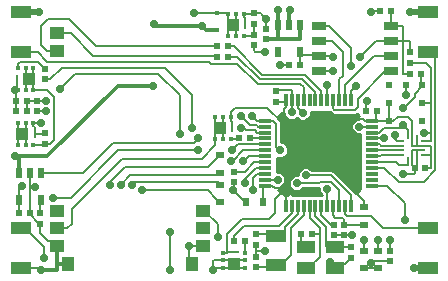
<source format=gtl>
G04 #@! TF.FileFunction,Copper,L1,Top,Signal*
%FSLAX46Y46*%
G04 Gerber Fmt 4.6, Leading zero omitted, Abs format (unit mm)*
G04 Created by KiCad (PCBNEW (2016-04-26 BZR 6712, Git b92ad6f)-product) date 03/05/2016 22:11:21*
%MOMM*%
%LPD*%
G01*
G04 APERTURE LIST*
%ADD10C,0.100000*%
%ADD11R,0.500000X0.600000*%
%ADD12R,0.600000X0.500000*%
%ADD13R,0.300000X1.000000*%
%ADD14R,1.000000X0.300000*%
%ADD15R,1.270000X0.700000*%
%ADD16R,1.500000X1.000000*%
%ADD17R,1.800000X1.000000*%
%ADD18R,1.700000X1.000000*%
%ADD19R,0.500000X0.500000*%
%ADD20R,0.400000X0.400000*%
%ADD21R,0.400000X0.200000*%
%ADD22R,0.200000X0.400000*%
%ADD23R,0.600000X0.900000*%
%ADD24R,0.300000X0.400000*%
%ADD25R,1.000000X1.000000*%
%ADD26R,0.230000X0.785000*%
%ADD27R,0.400000X0.300000*%
%ADD28R,0.785000X0.230000*%
%ADD29R,0.800000X0.600000*%
%ADD30R,0.600000X0.800000*%
%ADD31R,1.200000X1.000000*%
%ADD32R,1.000000X1.200000*%
%ADD33C,0.700000*%
%ADD34C,0.500000*%
%ADD35C,0.200000*%
%ADD36C,0.160000*%
%ADD37C,0.300000*%
%ADD38C,0.254000*%
G04 APERTURE END LIST*
D10*
D11*
X206400000Y-87600000D03*
X206400000Y-89100000D03*
X206400000Y-90600000D03*
X209250000Y-90600000D03*
X209250000Y-89100000D03*
X209250000Y-87600000D03*
D12*
X207850000Y-87550000D03*
D13*
X197700000Y-97850000D03*
X198200000Y-97850000D03*
X198700000Y-97850000D03*
X199200000Y-97850000D03*
X199700000Y-97850000D03*
X200200000Y-97850000D03*
X200700000Y-97850000D03*
X201200000Y-97850000D03*
X201700000Y-97850000D03*
X202200000Y-97850000D03*
X202700000Y-97850000D03*
X203200000Y-97850000D03*
D14*
X204950000Y-96100000D03*
X204950000Y-95600000D03*
X204950000Y-95100000D03*
X204950000Y-94600000D03*
X204950000Y-94100000D03*
X204950000Y-93600000D03*
X204950000Y-93100000D03*
X204950000Y-92600000D03*
X204950000Y-92100000D03*
X204950000Y-91600000D03*
X204950000Y-91100000D03*
X204950000Y-90600000D03*
D13*
X203200000Y-88850000D03*
X202700000Y-88850000D03*
X202200000Y-88850000D03*
X201700000Y-88850000D03*
X201200000Y-88850000D03*
X200700000Y-88850000D03*
X200200000Y-88850000D03*
X199700000Y-88850000D03*
X199200000Y-88850000D03*
X198700000Y-88850000D03*
X198200000Y-88850000D03*
X197700000Y-88850000D03*
D14*
X195950000Y-90600000D03*
X195950000Y-91100000D03*
X195950000Y-91600000D03*
X195950000Y-92100000D03*
X195950000Y-92600000D03*
X195950000Y-93100000D03*
X195950000Y-93600000D03*
X195950000Y-94100000D03*
X195950000Y-94600000D03*
X195950000Y-95100000D03*
X195950000Y-95600000D03*
X195950000Y-96100000D03*
D15*
X200500000Y-82600000D03*
X200500000Y-83870000D03*
X200500000Y-85140000D03*
X200500000Y-86410000D03*
X206596000Y-86410000D03*
X206596000Y-85140000D03*
X206596000Y-83870000D03*
X206596000Y-82600000D03*
D16*
X199400000Y-103100000D03*
X201900000Y-103100000D03*
X201900000Y-101300000D03*
X199400000Y-101300000D03*
D17*
X196850000Y-100400000D03*
X196850000Y-102800000D03*
D18*
X175300000Y-84800000D03*
X175300000Y-81400000D03*
D19*
X176900000Y-99300000D03*
X176900000Y-98400000D03*
D20*
X191900000Y-81500000D03*
X191900000Y-82900000D03*
D18*
X209700000Y-99700000D03*
X209700000Y-103100000D03*
X175300000Y-103100000D03*
X175300000Y-99700000D03*
X209700000Y-81400000D03*
X209700000Y-84800000D03*
D21*
X207500000Y-92300000D03*
X207500000Y-92700000D03*
X207500000Y-93100000D03*
X207500000Y-93500000D03*
D22*
X208000000Y-93800000D03*
X208400000Y-93800000D03*
X208800000Y-93800000D03*
D21*
X209300000Y-93500000D03*
X209300000Y-93100000D03*
X209300000Y-92700000D03*
X209300000Y-92300000D03*
D22*
X208800000Y-92000000D03*
X208400000Y-92000000D03*
X208000000Y-92000000D03*
D19*
X195200000Y-101100000D03*
X195200000Y-100200000D03*
X195200000Y-102100000D03*
X195200000Y-103000000D03*
X199000000Y-100200000D03*
X199900000Y-100200000D03*
X203200000Y-102200000D03*
X203200000Y-101300000D03*
D23*
X177000000Y-95000000D03*
X176050000Y-95000000D03*
X175100000Y-95000000D03*
X175100000Y-97300000D03*
X177000000Y-97300000D03*
X198900000Y-82500000D03*
X197950000Y-82500000D03*
X197000000Y-82500000D03*
X197000000Y-84800000D03*
X198900000Y-84800000D03*
D19*
X195000000Y-84200000D03*
X195000000Y-83300000D03*
X195000000Y-82400000D03*
X195000000Y-81500000D03*
X177300000Y-87100000D03*
X177300000Y-86200000D03*
X177275000Y-91675000D03*
X177275000Y-92575000D03*
X193300000Y-100800000D03*
X194200000Y-100800000D03*
X194625000Y-92025000D03*
X193725000Y-92025000D03*
X174860387Y-89786327D03*
X175760387Y-89786327D03*
X176660387Y-88886327D03*
X176660387Y-89786327D03*
X174860387Y-88886327D03*
X175760387Y-88886327D03*
X196000000Y-83700000D03*
X196000000Y-82800000D03*
X198000000Y-85900000D03*
X198900000Y-85900000D03*
X176000000Y-98400000D03*
X175100000Y-98400000D03*
D24*
X192830000Y-83392000D03*
X193480000Y-83392000D03*
X194130000Y-83392000D03*
X192830000Y-81542000D03*
X193480000Y-81542000D03*
X194130000Y-81542000D03*
D25*
X193200000Y-82472000D03*
D26*
X194220000Y-82492000D03*
D19*
X202600000Y-100300000D03*
X202600000Y-99400000D03*
X201800000Y-100300000D03*
X201800000Y-99400000D03*
X205400000Y-89800000D03*
X204500000Y-89800000D03*
X196900000Y-89000000D03*
X196900000Y-88100000D03*
D24*
X191730000Y-92120000D03*
X192380000Y-92120000D03*
X193030000Y-92120000D03*
X191730000Y-90270000D03*
X192380000Y-90270000D03*
X193030000Y-90270000D03*
D25*
X192100000Y-91200000D03*
D26*
X193120000Y-91220000D03*
D24*
X176330387Y-86166327D03*
X175680387Y-86166327D03*
X175030387Y-86166327D03*
X176330387Y-88016327D03*
X175680387Y-88016327D03*
X175030387Y-88016327D03*
D25*
X175960387Y-87086327D03*
D26*
X174940387Y-87066327D03*
D27*
X194250000Y-103070000D03*
X194250000Y-102420000D03*
X194250000Y-101770000D03*
X192400000Y-103070000D03*
X192400000Y-102420000D03*
X192400000Y-101770000D03*
D25*
X193330000Y-102700000D03*
D28*
X193350000Y-101680000D03*
D19*
X205700000Y-81300000D03*
X206600000Y-81300000D03*
X193300000Y-95800000D03*
X193300000Y-94900000D03*
X206500000Y-101600000D03*
X206500000Y-102500000D03*
D29*
X204300000Y-101600000D03*
X204300000Y-103100000D03*
X205500000Y-101600000D03*
X205500000Y-103100000D03*
X192100000Y-97500000D03*
X192100000Y-96000000D03*
X192100000Y-95000000D03*
X192100000Y-93500000D03*
D30*
X195800000Y-97500000D03*
X194300000Y-97500000D03*
D29*
X204300000Y-97900000D03*
X204300000Y-99400000D03*
D19*
X208600000Y-94600000D03*
X209500000Y-94600000D03*
X208200000Y-86600000D03*
X209100000Y-86600000D03*
X208200000Y-84800000D03*
X208200000Y-85700000D03*
D24*
X175030000Y-92620000D03*
X175680000Y-92620000D03*
X176330000Y-92620000D03*
X175030000Y-90770000D03*
X175680000Y-90770000D03*
X176330000Y-90770000D03*
D25*
X175400000Y-91700000D03*
D26*
X176420000Y-91720000D03*
D19*
X192800000Y-85200000D03*
X191900000Y-85200000D03*
X192800000Y-84300000D03*
X191900000Y-84300000D03*
D31*
X178300000Y-101200000D03*
X178300000Y-99700000D03*
X178300000Y-98200000D03*
X178300000Y-84700000D03*
X178300000Y-83200000D03*
D32*
X179270000Y-102700000D03*
X189770000Y-102700000D03*
D31*
X190700000Y-101200000D03*
X190700000Y-99700000D03*
X190700000Y-98200000D03*
D33*
X208525000Y-103100000D03*
X204875000Y-102625000D03*
X201475000Y-102525002D03*
X176475000Y-96200000D03*
X207650000Y-95125001D03*
X206900000Y-91799996D03*
X198050002Y-81250000D03*
X196052232Y-81996020D03*
X201200000Y-96400002D03*
X177000000Y-103200000D03*
X204900000Y-81400000D03*
X204599996Y-88900000D03*
X207850000Y-88400000D03*
X174800000Y-88000000D03*
X189500000Y-101200000D03*
X195900000Y-101600000D03*
X201700000Y-86400000D03*
X197200000Y-85900000D03*
X193200000Y-96500000D03*
X176800000Y-81400000D03*
X208200000Y-81400000D03*
X203900000Y-91100000D03*
X197000000Y-95600000D03*
X198200000Y-89900000D03*
X199400000Y-101300004D03*
X203300000Y-100300000D03*
X189900000Y-81500000D03*
X190600000Y-82600000D03*
X174750000Y-93625000D03*
X186436000Y-87630000D03*
X176950663Y-90750663D03*
X197000000Y-81250000D03*
X186500000Y-82400000D03*
X195950000Y-84750000D03*
X201200000Y-87600000D03*
X199390000Y-95224990D03*
X189738000Y-91186000D03*
X198625000Y-95900000D03*
X178562000Y-87884000D03*
X177400000Y-88900000D03*
X188722000Y-91694000D03*
X191500000Y-103199998D03*
X187900000Y-103200000D03*
X187900000Y-100000000D03*
X202400000Y-90400000D03*
X204000000Y-85200000D03*
X201700000Y-85200000D03*
X190300000Y-92100000D03*
X193900000Y-90200000D03*
X203600000Y-87700000D03*
X203200000Y-86000000D03*
X183700000Y-96000000D03*
X182800000Y-96000000D03*
X185491958Y-96473194D03*
X184700000Y-96000000D03*
X206500000Y-100700000D03*
X205500000Y-100700000D03*
X204300000Y-100699998D03*
X193130627Y-93106010D03*
X193089704Y-94005091D03*
X194108947Y-94008947D03*
X194237042Y-95847494D03*
X194928222Y-96423926D03*
X207621789Y-90981563D03*
X207621780Y-89546025D03*
X205981140Y-92084741D03*
X209429152Y-91650002D03*
X199136000Y-89916000D03*
X197200000Y-93100000D03*
X194818000Y-90170000D03*
X177400000Y-89800000D03*
X175400000Y-91700000D03*
X178000000Y-97100000D03*
X177200000Y-102200000D03*
X190300000Y-93100000D03*
X193900000Y-91200000D03*
X207800000Y-99000000D03*
X191950000Y-100450000D03*
X175375002Y-96125000D03*
D34*
X209700000Y-103100000D02*
X208525000Y-103100000D01*
D35*
X205000000Y-102500000D02*
X204875000Y-102625000D01*
X206500000Y-102500000D02*
X205000000Y-102500000D01*
X204875000Y-103075000D02*
X204875000Y-102625000D01*
X204900000Y-103100000D02*
X204875000Y-103075000D01*
X205500000Y-103100000D02*
X204900000Y-103100000D01*
X203200000Y-102200000D02*
X202675000Y-102725000D01*
X202675000Y-102725000D02*
X201674998Y-102725000D01*
X201674998Y-102725000D02*
X201475000Y-102525002D01*
X201824999Y-102875001D02*
X201475000Y-102525002D01*
X201900000Y-103100000D02*
X201900000Y-102950002D01*
X201900000Y-102950002D02*
X201824999Y-102875001D01*
X176050000Y-96200000D02*
X176475000Y-96200000D01*
X208144974Y-95125001D02*
X207650000Y-95125001D01*
X208600000Y-95050000D02*
X208524999Y-95125001D01*
X208600000Y-94600000D02*
X208600000Y-95050000D01*
X208524999Y-95125001D02*
X208144974Y-95125001D01*
D36*
X207500000Y-92300000D02*
X207075000Y-92300000D01*
X207075000Y-92300000D02*
X206900000Y-92125000D01*
X206900000Y-92125000D02*
X206900000Y-91799996D01*
X208600000Y-94550000D02*
X208800000Y-94350000D01*
X208800000Y-94350000D02*
X208800000Y-93800000D01*
X208600000Y-94550000D02*
X208400000Y-94350000D01*
X208400000Y-94350000D02*
X208400000Y-93800000D01*
X208600000Y-94600000D02*
X208600000Y-94550000D01*
X208400000Y-93100000D02*
X208800000Y-93100000D01*
X208800000Y-93100000D02*
X209300000Y-93100000D01*
X208800000Y-93800000D02*
X208800000Y-93650000D01*
X208800000Y-93650000D02*
X208800000Y-93100000D01*
X208400000Y-93800000D02*
X208400000Y-93100000D01*
D35*
X207850000Y-88400000D02*
X207850000Y-87550000D01*
D37*
X197950000Y-82500000D02*
X197950000Y-81350002D01*
X197950000Y-81350002D02*
X198050002Y-81250000D01*
D35*
X195702233Y-81646021D02*
X196052232Y-81996020D01*
X195000000Y-81500000D02*
X195556212Y-81500000D01*
X196000000Y-82800000D02*
X196000000Y-82048252D01*
X196000000Y-82048252D02*
X196052232Y-81996020D01*
X195556212Y-81500000D02*
X195702233Y-81646021D01*
X175300000Y-103100000D02*
X176900000Y-103100000D01*
X176900000Y-103100000D02*
X177000000Y-103200000D01*
X174860387Y-88886327D02*
X174860387Y-88186327D01*
X174860387Y-88186327D02*
X175030387Y-88016327D01*
X174940387Y-87066327D02*
X174940387Y-87926327D01*
X174940387Y-87926327D02*
X175030387Y-88016327D01*
X174800000Y-88000000D02*
X175014060Y-88000000D01*
X175014060Y-88000000D02*
X175030387Y-88016327D01*
X177600000Y-100800000D02*
X177900000Y-100800000D01*
X177900000Y-100800000D02*
X178300000Y-101200000D01*
X176900000Y-100100000D02*
X177600000Y-100800000D01*
X176900000Y-99300000D02*
X176900000Y-100100000D01*
X201200000Y-97850000D02*
X201200000Y-96400002D01*
X176050000Y-96200000D02*
X176050000Y-98350000D01*
X176050000Y-95000000D02*
X176050000Y-96200000D01*
D37*
X177000000Y-103200000D02*
X178300000Y-103200000D01*
X178300000Y-103200000D02*
X178300000Y-102700000D01*
X178300000Y-102700000D02*
X178300000Y-101200000D01*
X179270000Y-102700000D02*
X178300000Y-102700000D01*
D35*
X176050000Y-98350000D02*
X176000000Y-98400000D01*
X176900000Y-99300000D02*
X176790002Y-99300000D01*
X176790002Y-99300000D02*
X176000000Y-98509998D01*
X176000000Y-98509998D02*
X176000000Y-98400000D01*
X194300000Y-97500000D02*
X194200000Y-97500000D01*
X194200000Y-97500000D02*
X193200000Y-96500000D01*
X198200000Y-88850000D02*
X198200000Y-88000000D01*
X198200000Y-88000000D02*
X197000000Y-88000000D01*
X197000000Y-88000000D02*
X196900000Y-88100000D01*
X205000000Y-81300000D02*
X204900000Y-81400000D01*
X205700000Y-81300000D02*
X205000000Y-81300000D01*
X204500000Y-88999996D02*
X204599996Y-88900000D01*
X204500000Y-89800000D02*
X204500000Y-88999996D01*
X174860387Y-88886327D02*
X174860387Y-89786327D01*
X189500000Y-101200000D02*
X189500000Y-102430000D01*
X189500000Y-102430000D02*
X189770000Y-102700000D01*
X190700000Y-101200000D02*
X189500000Y-101200000D01*
X204300000Y-103100000D02*
X205500000Y-103100000D01*
X195200000Y-101600000D02*
X195900000Y-101600000D01*
X200500000Y-86410000D02*
X201690000Y-86410000D01*
X201690000Y-86410000D02*
X201700000Y-86400000D01*
X198000000Y-85900000D02*
X197200000Y-85900000D01*
X194130000Y-81542000D02*
X194958000Y-81542000D01*
X194958000Y-81542000D02*
X195000000Y-81500000D01*
X194220000Y-82492000D02*
X194220000Y-81920000D01*
X194220000Y-81920000D02*
X194130000Y-81830000D01*
X194130000Y-81830000D02*
X194130000Y-81542000D01*
X193300000Y-95800000D02*
X193300000Y-96400000D01*
X193300000Y-96400000D02*
X193200000Y-96500000D01*
D34*
X175300000Y-81400000D02*
X176800000Y-81400000D01*
X209700000Y-81400000D02*
X208200000Y-81400000D01*
D35*
X204950000Y-91100000D02*
X203900000Y-91100000D01*
X195950000Y-95600000D02*
X197000000Y-95600000D01*
X198200000Y-88850000D02*
X198200000Y-89900000D01*
X199000000Y-100900004D02*
X199050001Y-100950005D01*
X199000000Y-100200000D02*
X199000000Y-100900004D01*
X199050001Y-100950005D02*
X199400000Y-101300004D01*
X195200000Y-101600000D02*
X195200000Y-102100000D01*
X195200000Y-101100000D02*
X195200000Y-101600000D01*
X202600000Y-100300000D02*
X203300000Y-100300000D01*
X201800000Y-100300000D02*
X202600000Y-100300000D01*
X199000000Y-101300000D02*
X199000000Y-100200000D01*
X199400000Y-101300000D02*
X199000000Y-101300000D01*
X196850000Y-100400000D02*
X197600000Y-100400000D01*
X197600000Y-100400000D02*
X197600000Y-99600000D01*
X195200000Y-100200000D02*
X196650000Y-100200000D01*
X196650000Y-100200000D02*
X196850000Y-100400000D01*
X197600000Y-99600000D02*
X198700000Y-98500000D01*
X198700000Y-98500000D02*
X198700000Y-97850000D01*
X195200000Y-103000000D02*
X196650000Y-103000000D01*
X196650000Y-103000000D02*
X196850000Y-102800000D01*
X198100000Y-101950000D02*
X197250000Y-102800000D01*
X197250000Y-102800000D02*
X196850000Y-102800000D01*
X199200000Y-97850000D02*
X199200000Y-98565698D01*
X198100000Y-99665698D02*
X198100000Y-101950000D01*
X199200000Y-98565698D02*
X198100000Y-99665698D01*
X199700000Y-98800000D02*
X199700000Y-97850000D01*
X199900000Y-100200000D02*
X200600000Y-100200000D01*
X199400000Y-103100000D02*
X199600000Y-103100000D01*
X199600000Y-103100000D02*
X200600000Y-102100000D01*
X200600000Y-100200000D02*
X200600000Y-99700000D01*
X200600000Y-99700000D02*
X199700000Y-98800000D01*
X200600000Y-102100000D02*
X200600000Y-100200000D01*
X201900000Y-101300000D02*
X201200000Y-101300000D01*
X201200000Y-101300000D02*
X201100000Y-101200000D01*
X201100000Y-101200000D02*
X201100000Y-99600000D01*
X201900000Y-101300000D02*
X203200000Y-101300000D01*
X201100000Y-99600000D02*
X200200000Y-98700000D01*
X200200000Y-98700000D02*
X200200000Y-97850000D01*
X191900000Y-81500000D02*
X192788000Y-81500000D01*
X192788000Y-81500000D02*
X192830000Y-81542000D01*
X193480000Y-83392000D02*
X193480000Y-82752000D01*
X193480000Y-82752000D02*
X193200000Y-82472000D01*
X192830000Y-83392000D02*
X192830000Y-82842000D01*
X192830000Y-82842000D02*
X193200000Y-82472000D01*
X193480000Y-81542000D02*
X193480000Y-82192000D01*
X193480000Y-82192000D02*
X193200000Y-82472000D01*
X192830000Y-81542000D02*
X192830000Y-82102000D01*
X192830000Y-82102000D02*
X193200000Y-82472000D01*
X189900000Y-81500000D02*
X190394974Y-81500000D01*
X190394974Y-81500000D02*
X191900000Y-81500000D01*
D37*
X190600000Y-82600000D02*
X186700000Y-82600000D01*
X186700000Y-82600000D02*
X186500000Y-82400000D01*
X191900000Y-82900000D02*
X190900000Y-82900000D01*
X190900000Y-82900000D02*
X190600000Y-82600000D01*
X174750000Y-93625000D02*
X175125000Y-93625000D01*
X175125000Y-93625000D02*
X177452830Y-93625000D01*
X175100000Y-95000000D02*
X175100000Y-93650000D01*
X175100000Y-93650000D02*
X175125000Y-93625000D01*
X177452830Y-93625000D02*
X183447830Y-87630000D01*
X183447830Y-87630000D02*
X183470024Y-87630000D01*
D35*
X176420000Y-91720000D02*
X177230000Y-91720000D01*
X177230000Y-91720000D02*
X177275000Y-91675000D01*
D37*
X186436000Y-87630000D02*
X183470024Y-87630000D01*
X197000000Y-83700000D02*
X198900000Y-83700000D01*
X198900000Y-83700000D02*
X198900000Y-82500000D01*
D35*
X176931326Y-90770000D02*
X176950663Y-90750663D01*
X176330000Y-90770000D02*
X176931326Y-90770000D01*
D37*
X196000000Y-83700000D02*
X197000000Y-83700000D01*
X197000000Y-82500000D02*
X197000000Y-83700000D01*
X197000000Y-81250000D02*
X197000000Y-82500000D01*
D35*
X176330000Y-91030000D02*
X176420000Y-91120000D01*
X176420000Y-91120000D02*
X176420000Y-91720000D01*
X176330000Y-90770000D02*
X176330000Y-91030000D01*
X176900000Y-98400000D02*
X176900000Y-97400000D01*
X176900000Y-97400000D02*
X177000000Y-97300000D01*
X195455026Y-84750000D02*
X195950000Y-84750000D01*
X195100000Y-84750000D02*
X195455026Y-84750000D01*
X195000000Y-84650000D02*
X195100000Y-84750000D01*
X195000000Y-84200000D02*
X195000000Y-84650000D01*
X201200000Y-87600000D02*
X201200000Y-88850000D01*
X194130000Y-83392000D02*
X194908000Y-83392000D01*
X194908000Y-83392000D02*
X195000000Y-83300000D01*
X195000000Y-83300000D02*
X195000000Y-82400000D01*
X203200000Y-96872301D02*
X201552689Y-95224990D01*
X199884974Y-95224990D02*
X199390000Y-95224990D01*
X201552689Y-95224990D02*
X199884974Y-95224990D01*
X203200000Y-97850000D02*
X203200000Y-96872301D01*
X189738000Y-91186000D02*
X189738000Y-88392000D01*
X178744000Y-86106000D02*
X177750000Y-87100000D01*
X189738000Y-88392000D02*
X187452000Y-86106000D01*
X187452000Y-86106000D02*
X178744000Y-86106000D01*
X177750000Y-87100000D02*
X177300000Y-87100000D01*
X175030387Y-86166327D02*
X175030387Y-85766327D01*
X175030387Y-85766327D02*
X175146714Y-85650000D01*
X176900000Y-85800000D02*
X177300000Y-86200000D01*
X175146714Y-85650000D02*
X176750000Y-85650000D01*
X176750000Y-85650000D02*
X176900000Y-85800000D01*
X194250000Y-101770000D02*
X194250000Y-100850000D01*
X194250000Y-100850000D02*
X194200000Y-100800000D01*
X193030000Y-92120000D02*
X193630000Y-92120000D01*
X193630000Y-92120000D02*
X193725000Y-92025000D01*
X200667999Y-95750001D02*
X200518000Y-95900000D01*
X202200000Y-97850000D02*
X202200000Y-96438000D01*
X199119974Y-95900000D02*
X198625000Y-95900000D01*
X201512001Y-95750001D02*
X200667999Y-95750001D01*
X202200000Y-96438000D02*
X201512001Y-95750001D01*
X200518000Y-95900000D02*
X199119974Y-95900000D01*
X188722000Y-91694000D02*
X188722000Y-88805998D01*
X178562000Y-87884000D02*
X179832000Y-86614000D01*
X176660387Y-88886327D02*
X177386327Y-88886327D01*
X177386327Y-88886327D02*
X177400000Y-88900000D01*
X175760387Y-88886327D02*
X176660387Y-88886327D01*
X175760387Y-89786327D02*
X175760387Y-88886327D01*
X188722000Y-91199026D02*
X188722000Y-91694000D01*
X179832000Y-86614000D02*
X186914000Y-86614000D01*
X186914000Y-86614000D02*
X188722000Y-88422000D01*
X188722000Y-88422000D02*
X188722000Y-91199026D01*
X198200000Y-97850000D02*
X198200000Y-98434302D01*
X194150000Y-99500000D02*
X193300000Y-100350000D01*
X193300000Y-100350000D02*
X193300000Y-100800000D01*
X198200000Y-98434302D02*
X197134302Y-99500000D01*
X197134302Y-99500000D02*
X194150000Y-99500000D01*
X194625000Y-92025000D02*
X194700000Y-92100000D01*
X194700000Y-92100000D02*
X195950000Y-92100000D01*
X192400000Y-103070000D02*
X191629998Y-103070000D01*
X191629998Y-103070000D02*
X191500000Y-103199998D01*
X191500000Y-102500000D02*
X191500000Y-103199998D01*
X191580000Y-102420000D02*
X191500000Y-102500000D01*
X192400000Y-102420000D02*
X191580000Y-102420000D01*
X191570002Y-103199998D02*
X191500000Y-103199998D01*
X192400000Y-102420000D02*
X192350000Y-102420000D01*
X187900000Y-100000000D02*
X187900000Y-103200000D01*
X192400000Y-103070000D02*
X192960000Y-103070000D01*
X192960000Y-103070000D02*
X193330000Y-102700000D01*
X194250000Y-103070000D02*
X193700000Y-103070000D01*
X193700000Y-103070000D02*
X193330000Y-102700000D01*
X194250000Y-102420000D02*
X193610000Y-102420000D01*
X193610000Y-102420000D02*
X193330000Y-102700000D01*
X192400000Y-102420000D02*
X193050000Y-102420000D01*
X193050000Y-102420000D02*
X193330000Y-102700000D01*
X208200000Y-86600000D02*
X207600000Y-86600000D01*
X207600000Y-86600000D02*
X207600000Y-83870000D01*
X207600000Y-83870000D02*
X208170000Y-83870000D01*
X208170000Y-83870000D02*
X208200000Y-83900000D01*
X208200000Y-83900000D02*
X208200000Y-84800000D01*
X207600000Y-82600000D02*
X207600000Y-83870000D01*
X206596000Y-82600000D02*
X207600000Y-82600000D01*
X194025000Y-98900000D02*
X192749999Y-100175001D01*
X192749999Y-100175001D02*
X192749999Y-101750001D01*
X192749999Y-101750001D02*
X192730000Y-101770000D01*
X197300000Y-96300000D02*
X197300000Y-96700000D01*
X196800000Y-98400000D02*
X196300000Y-98900000D01*
X197300000Y-96700000D02*
X196800000Y-97200000D01*
X196800000Y-97200000D02*
X196800000Y-98400000D01*
X196300000Y-98900000D02*
X194025000Y-98900000D01*
D36*
X206400000Y-90600000D02*
X206810000Y-90600000D01*
X208050000Y-90250000D02*
X208400000Y-90600000D01*
X206810000Y-90600000D02*
X207160000Y-90250000D01*
X207160000Y-90250000D02*
X208050000Y-90250000D01*
X208400000Y-90600000D02*
X208400000Y-92000000D01*
X209950000Y-92700000D02*
X209950000Y-93500000D01*
X209950000Y-93500000D02*
X209950000Y-94560000D01*
X209300000Y-93500000D02*
X209500000Y-93500000D01*
X209500000Y-93500000D02*
X209950000Y-93500000D01*
X209300000Y-92700000D02*
X209950000Y-92700000D01*
X209950000Y-94560000D02*
X209910000Y-94600000D01*
X209910000Y-94600000D02*
X209500000Y-94600000D01*
X208400000Y-92700000D02*
X208800000Y-92700000D01*
X208800000Y-92700000D02*
X209300000Y-92700000D01*
X208800000Y-92000000D02*
X208800000Y-92700000D01*
X208400000Y-92000000D02*
X208400000Y-92700000D01*
D35*
X204950000Y-90600000D02*
X206400000Y-90600000D01*
X206400000Y-90600000D02*
X206400000Y-89100000D01*
X206596000Y-83870000D02*
X207600000Y-83870000D01*
X197887999Y-95228001D02*
X197887999Y-91900000D01*
X201290001Y-91950001D02*
X197938000Y-91950001D01*
X197887999Y-91900000D02*
X197887999Y-91287999D01*
X197938000Y-91950001D02*
X197887999Y-91900000D01*
X197887999Y-91287999D02*
X197800000Y-91200000D01*
X196100000Y-89500000D02*
X197500000Y-90900000D01*
X197500000Y-90900000D02*
X197800000Y-91200000D01*
X197700000Y-89437998D02*
X197549999Y-89587999D01*
X197549999Y-89587999D02*
X197549999Y-90850001D01*
X197549999Y-90850001D02*
X197500000Y-90900000D01*
X204000000Y-85200000D02*
X205330000Y-83870000D01*
X205330000Y-83870000D02*
X205761000Y-83870000D01*
X205761000Y-83870000D02*
X206596000Y-83870000D01*
X193400000Y-89500000D02*
X196100000Y-89500000D01*
X193030000Y-90270000D02*
X193030000Y-89870000D01*
X193030000Y-89870000D02*
X193400000Y-89500000D01*
X197866000Y-95758000D02*
X197700000Y-95924000D01*
X197700000Y-95924000D02*
X197700000Y-96300000D01*
X197866000Y-95250000D02*
X197866000Y-95758000D01*
X197887999Y-95228001D02*
X197866000Y-95250000D01*
X197300000Y-96300000D02*
X197700000Y-96300000D01*
X196737998Y-96300000D02*
X197300000Y-96300000D01*
X192400000Y-101770000D02*
X192730000Y-101770000D01*
X192730000Y-101770000D02*
X192820000Y-101680000D01*
X192820000Y-101680000D02*
X193350000Y-101680000D01*
X195800000Y-97500000D02*
X195800000Y-96200000D01*
X195800000Y-96200000D02*
X195900000Y-96100000D01*
X195900000Y-96100000D02*
X195950000Y-96100000D01*
X196900000Y-89000000D02*
X197600000Y-89000000D01*
X197600000Y-89000000D02*
X197700000Y-89100000D01*
X197700000Y-89100000D02*
X197700000Y-89437998D01*
X205300000Y-89900000D02*
X205300000Y-90300000D01*
X205300000Y-90300000D02*
X205300000Y-90500000D01*
X200500000Y-85140000D02*
X201640000Y-85140000D01*
X201640000Y-85140000D02*
X201700000Y-85200000D01*
X193100000Y-90650000D02*
X193100000Y-91200000D01*
X193100000Y-91200000D02*
X193120000Y-91220000D01*
X193030000Y-90580000D02*
X193100000Y-90650000D01*
X193030000Y-90270000D02*
X193030000Y-90580000D01*
X203200000Y-90449999D02*
X204212001Y-90449999D01*
X202790003Y-90449999D02*
X203200000Y-90449999D01*
X204300000Y-97400000D02*
X203200000Y-96300000D01*
X203200000Y-90449999D02*
X203200000Y-96300000D01*
X204300000Y-97900000D02*
X204300000Y-97400000D01*
X197700000Y-96300000D02*
X197700000Y-97100000D01*
X197700000Y-97100000D02*
X197700000Y-97850000D01*
X195950000Y-96100000D02*
X196537998Y-96100000D01*
X196537998Y-96100000D02*
X196737998Y-96300000D01*
X197700000Y-88850000D02*
X197700000Y-89437998D01*
X201290001Y-91950001D02*
X202790003Y-90449999D01*
X204212001Y-90449999D02*
X204362002Y-90600000D01*
X204362002Y-90600000D02*
X204950000Y-90600000D01*
X198900000Y-84800000D02*
X199100000Y-85000000D01*
X199100000Y-85000000D02*
X200360000Y-85000000D01*
X200360000Y-85000000D02*
X200500000Y-85140000D01*
X198900000Y-85900000D02*
X198900000Y-84800000D01*
X205400000Y-89800000D02*
X205300000Y-89900000D01*
X205300000Y-90500000D02*
X205200000Y-90600000D01*
X205200000Y-90600000D02*
X204950000Y-90600000D01*
X206600000Y-81300000D02*
X206600000Y-82596000D01*
X206600000Y-82596000D02*
X206596000Y-82600000D01*
X178300000Y-99700000D02*
X179200000Y-99700000D01*
X179200000Y-99700000D02*
X179550000Y-99350000D01*
X179550000Y-99350000D02*
X179550000Y-98050000D01*
X179550000Y-98050000D02*
X183800000Y-93800000D01*
X183800000Y-93800000D02*
X190600000Y-93800000D01*
X190600000Y-93800000D02*
X191730000Y-92670000D01*
X191730000Y-92670000D02*
X191730000Y-92120000D01*
X191730000Y-92170000D02*
X191730000Y-92120000D01*
X192380000Y-92120000D02*
X192380000Y-91480000D01*
X192380000Y-91480000D02*
X192100000Y-91200000D01*
X191730000Y-92120000D02*
X191730000Y-91570000D01*
X191730000Y-91570000D02*
X192100000Y-91200000D01*
X191730000Y-90270000D02*
X191730000Y-90830000D01*
X191730000Y-90830000D02*
X192100000Y-91200000D01*
X192380000Y-90270000D02*
X192380000Y-90920000D01*
X192380000Y-90920000D02*
X192100000Y-91200000D01*
X183050001Y-92449999D02*
X180500000Y-95000000D01*
X180500000Y-95000000D02*
X177000000Y-95000000D01*
X189949999Y-92449999D02*
X183050001Y-92449999D01*
X190300000Y-92100000D02*
X189949999Y-92449999D01*
X195215699Y-91000000D02*
X194700000Y-91000000D01*
X194700000Y-91000000D02*
X193900000Y-90200000D01*
X195950000Y-91100000D02*
X195315699Y-91100000D01*
X195315699Y-91100000D02*
X195215699Y-91000000D01*
X200700000Y-98600000D02*
X200700000Y-97850000D01*
X201500000Y-99400000D02*
X200700000Y-98600000D01*
X201800000Y-99400000D02*
X201500000Y-99400000D01*
X202700000Y-88850000D02*
X202700000Y-87600000D01*
X202700000Y-87600000D02*
X205160000Y-85140000D01*
X205160000Y-85140000D02*
X205761000Y-85140000D01*
X205761000Y-85140000D02*
X206596000Y-85140000D01*
X202200000Y-88850000D02*
X202200000Y-87100000D01*
X202200000Y-87100000D02*
X202500000Y-86800000D01*
X202500000Y-86800000D02*
X202500000Y-84800000D01*
X202500000Y-84800000D02*
X201570000Y-83870000D01*
X201570000Y-83870000D02*
X200500000Y-83870000D01*
X201700000Y-88850000D02*
X201700000Y-89550000D01*
X201700000Y-89550000D02*
X201800001Y-89650001D01*
X201800001Y-89650001D02*
X203590001Y-89650001D01*
X203590001Y-89650001D02*
X203800000Y-89440002D01*
X203800000Y-89440002D02*
X203800000Y-88737994D01*
X203800000Y-88737994D02*
X206127994Y-86410000D01*
X206127994Y-86410000D02*
X206596000Y-86410000D01*
X203600000Y-87700000D02*
X203200000Y-88100000D01*
X203200000Y-88100000D02*
X203200000Y-88850000D01*
X203200000Y-85505026D02*
X203200000Y-86000000D01*
X203200000Y-84465000D02*
X203200000Y-85505026D01*
X201335000Y-82600000D02*
X203200000Y-84465000D01*
X200500000Y-82600000D02*
X201335000Y-82600000D01*
X195000000Y-94100000D02*
X194200000Y-94900000D01*
X194200000Y-94900000D02*
X193300000Y-94900000D01*
X195950000Y-94100000D02*
X195000000Y-94100000D01*
X183700000Y-96000000D02*
X184500000Y-95200000D01*
X184500000Y-95200000D02*
X191900000Y-95200000D01*
X191900000Y-95200000D02*
X192100000Y-95000000D01*
X182800000Y-96000000D02*
X182800000Y-95800000D01*
X182800000Y-95800000D02*
X184100000Y-94500000D01*
X184100000Y-94500000D02*
X191100000Y-94500000D01*
X191100000Y-94500000D02*
X192100000Y-93500000D01*
X192100000Y-93500000D02*
X192000000Y-93500000D01*
X185491958Y-96473194D02*
X191073194Y-96473194D01*
X191073194Y-96473194D02*
X191900000Y-97300000D01*
X191900000Y-97300000D02*
X192100000Y-97500000D01*
X184700000Y-96000000D02*
X184876807Y-95823193D01*
X184876807Y-95823193D02*
X191923193Y-95823193D01*
X191923193Y-95823193D02*
X192100000Y-96000000D01*
X192100000Y-96000000D02*
X192000000Y-96000000D01*
X206500000Y-101600000D02*
X206500000Y-100700000D01*
X205500000Y-101600000D02*
X205500000Y-100700000D01*
X204300000Y-101600000D02*
X204300000Y-100699998D01*
X195950000Y-92600000D02*
X193636637Y-92600000D01*
X193480626Y-92756011D02*
X193130627Y-93106010D01*
X193636637Y-92600000D02*
X193480626Y-92756011D01*
X193193550Y-94005091D02*
X193089704Y-94005091D01*
X194098641Y-93100000D02*
X193193550Y-94005091D01*
X195950000Y-93100000D02*
X194098641Y-93100000D01*
X195950000Y-93600000D02*
X194517894Y-93600000D01*
X194458946Y-93658948D02*
X194108947Y-94008947D01*
X194517894Y-93600000D02*
X194458946Y-93658948D01*
X194237042Y-95847494D02*
X194237042Y-95522958D01*
X194237042Y-95522958D02*
X195160000Y-94600000D01*
X195160000Y-94600000D02*
X195250000Y-94600000D01*
X195250000Y-94600000D02*
X195950000Y-94600000D01*
X194928222Y-96423926D02*
X194928222Y-95421778D01*
X194928222Y-95421778D02*
X195250000Y-95100000D01*
X195250000Y-95100000D02*
X195950000Y-95100000D01*
D36*
X209100000Y-86600000D02*
X209100000Y-87450000D01*
X209100000Y-87450000D02*
X209250000Y-87600000D01*
X208000000Y-92000000D02*
X208000000Y-91359774D01*
X208000000Y-91359774D02*
X207621789Y-90981563D01*
X204950000Y-91600000D02*
X205563079Y-91600000D01*
X205563079Y-91600000D02*
X205973084Y-91189995D01*
X205973084Y-91189995D02*
X207413357Y-91189995D01*
X207413357Y-91189995D02*
X207621789Y-90981563D01*
D35*
X208600000Y-88300000D02*
X208600000Y-88612002D01*
X208600000Y-88612002D02*
X207665977Y-89546025D01*
X207665977Y-89546025D02*
X207621780Y-89546025D01*
X209250000Y-87600000D02*
X209250000Y-87650000D01*
X209250000Y-87650000D02*
X208600000Y-88300000D01*
X209949990Y-91650000D02*
X209949990Y-89100000D01*
X209949990Y-89100000D02*
X209949990Y-86099990D01*
D36*
X209250000Y-89100000D02*
X209660000Y-89100000D01*
X209660000Y-89100000D02*
X209949990Y-89100000D01*
X209950000Y-92300000D02*
X209950000Y-91650010D01*
X209950000Y-91650010D02*
X209949990Y-91650000D01*
X209300000Y-92300000D02*
X209950000Y-92300000D01*
D35*
X205965881Y-92100000D02*
X205981140Y-92084741D01*
X204950000Y-92100000D02*
X205965881Y-92100000D01*
X209550000Y-85700000D02*
X208200000Y-85700000D01*
X209949990Y-86099990D02*
X209550000Y-85700000D01*
X209429152Y-91650002D02*
X209949988Y-91650002D01*
X209949988Y-91650002D02*
X209949990Y-91650000D01*
X200700000Y-88850000D02*
X200700000Y-88084302D01*
X200700000Y-88084302D02*
X200600009Y-87984309D01*
X200600009Y-87984309D02*
X199315689Y-86699989D01*
X199315689Y-86699989D02*
X195699989Y-86699989D01*
X195699989Y-86699989D02*
X193300000Y-84300000D01*
X193300000Y-84300000D02*
X193250000Y-84300000D01*
X193250000Y-84300000D02*
X192800000Y-84300000D01*
X200200000Y-88850000D02*
X200200000Y-88200000D01*
X200200000Y-88200000D02*
X199100000Y-87100000D01*
X199100000Y-87100000D02*
X195500000Y-87100000D01*
X195500000Y-87100000D02*
X193600000Y-85200000D01*
X193600000Y-85200000D02*
X192800000Y-85200000D01*
X198700000Y-88850000D02*
X198700000Y-89480000D01*
X198700000Y-89480000D02*
X199136000Y-89916000D01*
X196900000Y-90865698D02*
X196900000Y-92800000D01*
X196900000Y-92800000D02*
X197200000Y-93100000D01*
X195950000Y-90600000D02*
X196634302Y-90600000D01*
X196634302Y-90600000D02*
X196900000Y-90865698D01*
X195950000Y-90600000D02*
X195248000Y-90600000D01*
X195248000Y-90600000D02*
X194818000Y-90170000D01*
D36*
X204950000Y-92600000D02*
X205649133Y-92600000D01*
X205649133Y-92600000D02*
X205749133Y-92700000D01*
X205749133Y-92700000D02*
X207140000Y-92700000D01*
X207140000Y-92700000D02*
X207500000Y-92700000D01*
X204950000Y-93100000D02*
X207500000Y-93100000D01*
X205650000Y-93600000D02*
X205750000Y-93500000D01*
X205750000Y-93500000D02*
X207500000Y-93500000D01*
X204950000Y-93600000D02*
X205650000Y-93600000D01*
X204950000Y-94100000D02*
X207000000Y-94100000D01*
X207000000Y-94100000D02*
X207250000Y-94350000D01*
X207250000Y-94350000D02*
X208000000Y-94350000D01*
X208000000Y-94350000D02*
X208000000Y-93800000D01*
D35*
X204950030Y-94100030D02*
X204950000Y-94100000D01*
X176330000Y-92620000D02*
X177230000Y-92620000D01*
X177230000Y-92620000D02*
X177275000Y-92575000D01*
X176330387Y-88016327D02*
X177516327Y-88016327D01*
X177516327Y-88016327D02*
X178050001Y-88550001D01*
X178050001Y-88550001D02*
X178050001Y-92249999D01*
X178050001Y-92249999D02*
X177725000Y-92575000D01*
X177725000Y-92575000D02*
X177275000Y-92575000D01*
X176330387Y-88016327D02*
X176330387Y-87456327D01*
X176330387Y-87456327D02*
X175960387Y-87086327D01*
X175680387Y-88016327D02*
X175680387Y-87366327D01*
X175680387Y-87366327D02*
X175960387Y-87086327D01*
X176330387Y-86166327D02*
X176330387Y-86716327D01*
X176330387Y-86716327D02*
X175960387Y-87086327D01*
X175680387Y-86166327D02*
X175680387Y-86806327D01*
X175680387Y-86806327D02*
X175960387Y-87086327D01*
X177400000Y-89800000D02*
X176674060Y-89800000D01*
X176674060Y-89800000D02*
X176660387Y-89786327D01*
X175680000Y-90770000D02*
X175680000Y-91420000D01*
X175680000Y-91420000D02*
X175400000Y-91700000D01*
X175030000Y-90770000D02*
X175030000Y-91330000D01*
X175030000Y-91330000D02*
X175400000Y-91700000D01*
X175680000Y-92620000D02*
X175680000Y-91980000D01*
X175680000Y-91980000D02*
X175400000Y-91700000D01*
X175030000Y-92620000D02*
X175030000Y-92070000D01*
X175030000Y-92070000D02*
X175400000Y-91700000D01*
X204900000Y-98700000D02*
X205900000Y-99700000D01*
X205900000Y-99700000D02*
X209700000Y-99700000D01*
X202915699Y-98700000D02*
X204900000Y-98700000D01*
X202700000Y-97850000D02*
X202700000Y-98484301D01*
X202700000Y-98484301D02*
X202915699Y-98700000D01*
X209700000Y-84800000D02*
X210050000Y-84800000D01*
X210050000Y-84800000D02*
X210350000Y-85100000D01*
X210350000Y-85100000D02*
X210350000Y-94812002D01*
X210350000Y-94812002D02*
X209362001Y-95800001D01*
X209362001Y-95800001D02*
X207237999Y-95800001D01*
X206037998Y-94600000D02*
X205650000Y-94600000D01*
X207237999Y-95800001D02*
X206037998Y-94600000D01*
X205650000Y-94600000D02*
X204950000Y-94600000D01*
X175300000Y-84800000D02*
X176700000Y-84800000D01*
X176700000Y-84800000D02*
X177500000Y-85600000D01*
X177500000Y-85600000D02*
X191150000Y-85600000D01*
X191150000Y-85600000D02*
X191350000Y-85800000D01*
X191350000Y-85800000D02*
X193600000Y-85800000D01*
X193600000Y-85800000D02*
X195300010Y-87500010D01*
X195300010Y-87500010D02*
X198934312Y-87500010D01*
X198934312Y-87500010D02*
X199200000Y-87765698D01*
X199200000Y-87765698D02*
X199200000Y-88850000D01*
X193900000Y-91200000D02*
X194150000Y-91200000D01*
X194150000Y-91200000D02*
X194350010Y-91400010D01*
X194350010Y-91400010D02*
X195050010Y-91400010D01*
X195050010Y-91400010D02*
X195250000Y-91600000D01*
X195250000Y-91600000D02*
X195950000Y-91600000D01*
X178000000Y-97100000D02*
X179500000Y-97100000D01*
X179500000Y-97100000D02*
X183500000Y-93100000D01*
X183500000Y-93100000D02*
X189805026Y-93100000D01*
X189805026Y-93100000D02*
X190300000Y-93100000D01*
X175300000Y-99700000D02*
X175650000Y-99700000D01*
X175650000Y-99700000D02*
X177200000Y-101250000D01*
X177200000Y-101250000D02*
X177200000Y-102200000D01*
X178300000Y-83200000D02*
X179500000Y-83200000D01*
X179500000Y-83200000D02*
X181400000Y-85100000D01*
X181400000Y-85100000D02*
X191800000Y-85100000D01*
X191800000Y-85100000D02*
X191900000Y-85200000D01*
X179300000Y-82000000D02*
X181600000Y-84300000D01*
X181600000Y-84300000D02*
X191900000Y-84300000D01*
X177600000Y-82000000D02*
X179300000Y-82000000D01*
X177000000Y-82600000D02*
X177600000Y-82000000D01*
X177000000Y-84200000D02*
X177000000Y-82600000D01*
X178300000Y-84700000D02*
X177500000Y-84700000D01*
X177500000Y-84700000D02*
X177000000Y-84200000D01*
X207800000Y-97600000D02*
X206300000Y-96100000D01*
X206300000Y-96100000D02*
X204950000Y-96100000D01*
X207800000Y-99000000D02*
X207800000Y-97600000D01*
X191950000Y-99955026D02*
X191950000Y-100450000D01*
X191950000Y-99350000D02*
X191950000Y-99955026D01*
X190800000Y-98200000D02*
X191950000Y-99350000D01*
X190700000Y-98200000D02*
X190800000Y-98200000D01*
X202600000Y-99400000D02*
X204150000Y-99400000D01*
X201700000Y-97850000D02*
X201700000Y-98600000D01*
X201700000Y-98600000D02*
X201900000Y-98800000D01*
X201900000Y-98800000D02*
X202450000Y-98800000D01*
X202450000Y-98800000D02*
X202600000Y-98950000D01*
X202600000Y-98950000D02*
X202600000Y-99400000D01*
X204150000Y-99400000D02*
X204300000Y-99550000D01*
X175100000Y-96400002D02*
X175375002Y-96125000D01*
X175100000Y-97300000D02*
X175100000Y-96400002D01*
X175100000Y-98400000D02*
X175100000Y-97300000D01*
D38*
G36*
X201398065Y-89851935D02*
X201498064Y-89951933D01*
X201498066Y-89951936D01*
X201636595Y-90044498D01*
X201800001Y-90077002D01*
X201800006Y-90077001D01*
X203589996Y-90077001D01*
X203590001Y-90077002D01*
X203679578Y-90059184D01*
X203852808Y-90232414D01*
X203815000Y-90323690D01*
X203815000Y-90366250D01*
X203891743Y-90442993D01*
X203769888Y-90442887D01*
X203528326Y-90542698D01*
X203343348Y-90727354D01*
X203243115Y-90968741D01*
X203242887Y-91230112D01*
X203342698Y-91471674D01*
X203527354Y-91656652D01*
X203768741Y-91756885D01*
X203973000Y-91757063D01*
X203973000Y-96347394D01*
X203597318Y-96723076D01*
X203594497Y-96708895D01*
X203522675Y-96601406D01*
X203501935Y-96570366D01*
X203501932Y-96570364D01*
X201854624Y-94923055D01*
X201716095Y-94830493D01*
X201552689Y-94797989D01*
X201552684Y-94797990D01*
X199920333Y-94797990D01*
X199773990Y-94651392D01*
X199525254Y-94548108D01*
X199255927Y-94547873D01*
X199007011Y-94650723D01*
X198816402Y-94841000D01*
X198713118Y-95089736D01*
X198713002Y-95223077D01*
X198490927Y-95222883D01*
X198242011Y-95325733D01*
X198051402Y-95516010D01*
X197948118Y-95764746D01*
X197947883Y-96034073D01*
X198050733Y-96282989D01*
X198241010Y-96473598D01*
X198489746Y-96576882D01*
X198759073Y-96577117D01*
X199007989Y-96474267D01*
X199155513Y-96327000D01*
X200517995Y-96327000D01*
X200518000Y-96327001D01*
X200543069Y-96322014D01*
X200542887Y-96530114D01*
X200642698Y-96771676D01*
X200743846Y-96873000D01*
X198271025Y-96873000D01*
X198209698Y-96811673D01*
X197976309Y-96715000D01*
X197933750Y-96715000D01*
X197775750Y-96873000D01*
X197624250Y-96873000D01*
X197466250Y-96715000D01*
X197423691Y-96715000D01*
X197332414Y-96752808D01*
X197047192Y-96467586D01*
X197085000Y-96376310D01*
X197085000Y-96333750D01*
X197008257Y-96257007D01*
X197130112Y-96257113D01*
X197371674Y-96157302D01*
X197556652Y-95972646D01*
X197656885Y-95731259D01*
X197657113Y-95469888D01*
X197557302Y-95228326D01*
X197372646Y-95043348D01*
X197131259Y-94943115D01*
X196927000Y-94942937D01*
X196927000Y-93719685D01*
X197064746Y-93776882D01*
X197334073Y-93777117D01*
X197582989Y-93674267D01*
X197773598Y-93483990D01*
X197876882Y-93235254D01*
X197877117Y-92965927D01*
X197774267Y-92717011D01*
X197583990Y-92526402D01*
X197335254Y-92423118D01*
X197327000Y-92423111D01*
X197327000Y-90865703D01*
X197327001Y-90865698D01*
X197294497Y-90702292D01*
X197276261Y-90675000D01*
X197201935Y-90563763D01*
X197201932Y-90563761D01*
X196958889Y-90320717D01*
X197332414Y-89947192D01*
X197423691Y-89985000D01*
X197466250Y-89985000D01*
X197542993Y-89908257D01*
X197542887Y-90030112D01*
X197642698Y-90271674D01*
X197827354Y-90456652D01*
X198068741Y-90556885D01*
X198330112Y-90557113D01*
X198571674Y-90457302D01*
X198645851Y-90383254D01*
X198752010Y-90489598D01*
X199000746Y-90592882D01*
X199270073Y-90593117D01*
X199518989Y-90490267D01*
X199709598Y-90299990D01*
X199812882Y-90051254D01*
X199813078Y-89827000D01*
X201381404Y-89827000D01*
X201398065Y-89851935D01*
X201398065Y-89851935D01*
G37*
X201398065Y-89851935D02*
X201498064Y-89951933D01*
X201498066Y-89951936D01*
X201636595Y-90044498D01*
X201800001Y-90077002D01*
X201800006Y-90077001D01*
X203589996Y-90077001D01*
X203590001Y-90077002D01*
X203679578Y-90059184D01*
X203852808Y-90232414D01*
X203815000Y-90323690D01*
X203815000Y-90366250D01*
X203891743Y-90442993D01*
X203769888Y-90442887D01*
X203528326Y-90542698D01*
X203343348Y-90727354D01*
X203243115Y-90968741D01*
X203242887Y-91230112D01*
X203342698Y-91471674D01*
X203527354Y-91656652D01*
X203768741Y-91756885D01*
X203973000Y-91757063D01*
X203973000Y-96347394D01*
X203597318Y-96723076D01*
X203594497Y-96708895D01*
X203522675Y-96601406D01*
X203501935Y-96570366D01*
X203501932Y-96570364D01*
X201854624Y-94923055D01*
X201716095Y-94830493D01*
X201552689Y-94797989D01*
X201552684Y-94797990D01*
X199920333Y-94797990D01*
X199773990Y-94651392D01*
X199525254Y-94548108D01*
X199255927Y-94547873D01*
X199007011Y-94650723D01*
X198816402Y-94841000D01*
X198713118Y-95089736D01*
X198713002Y-95223077D01*
X198490927Y-95222883D01*
X198242011Y-95325733D01*
X198051402Y-95516010D01*
X197948118Y-95764746D01*
X197947883Y-96034073D01*
X198050733Y-96282989D01*
X198241010Y-96473598D01*
X198489746Y-96576882D01*
X198759073Y-96577117D01*
X199007989Y-96474267D01*
X199155513Y-96327000D01*
X200517995Y-96327000D01*
X200518000Y-96327001D01*
X200543069Y-96322014D01*
X200542887Y-96530114D01*
X200642698Y-96771676D01*
X200743846Y-96873000D01*
X198271025Y-96873000D01*
X198209698Y-96811673D01*
X197976309Y-96715000D01*
X197933750Y-96715000D01*
X197775750Y-96873000D01*
X197624250Y-96873000D01*
X197466250Y-96715000D01*
X197423691Y-96715000D01*
X197332414Y-96752808D01*
X197047192Y-96467586D01*
X197085000Y-96376310D01*
X197085000Y-96333750D01*
X197008257Y-96257007D01*
X197130112Y-96257113D01*
X197371674Y-96157302D01*
X197556652Y-95972646D01*
X197656885Y-95731259D01*
X197657113Y-95469888D01*
X197557302Y-95228326D01*
X197372646Y-95043348D01*
X197131259Y-94943115D01*
X196927000Y-94942937D01*
X196927000Y-93719685D01*
X197064746Y-93776882D01*
X197334073Y-93777117D01*
X197582989Y-93674267D01*
X197773598Y-93483990D01*
X197876882Y-93235254D01*
X197877117Y-92965927D01*
X197774267Y-92717011D01*
X197583990Y-92526402D01*
X197335254Y-92423118D01*
X197327000Y-92423111D01*
X197327000Y-90865703D01*
X197327001Y-90865698D01*
X197294497Y-90702292D01*
X197276261Y-90675000D01*
X197201935Y-90563763D01*
X197201932Y-90563761D01*
X196958889Y-90320717D01*
X197332414Y-89947192D01*
X197423691Y-89985000D01*
X197466250Y-89985000D01*
X197542993Y-89908257D01*
X197542887Y-90030112D01*
X197642698Y-90271674D01*
X197827354Y-90456652D01*
X198068741Y-90556885D01*
X198330112Y-90557113D01*
X198571674Y-90457302D01*
X198645851Y-90383254D01*
X198752010Y-90489598D01*
X199000746Y-90592882D01*
X199270073Y-90593117D01*
X199518989Y-90490267D01*
X199709598Y-90299990D01*
X199812882Y-90051254D01*
X199813078Y-89827000D01*
X201381404Y-89827000D01*
X201398065Y-89851935D01*
M02*

</source>
